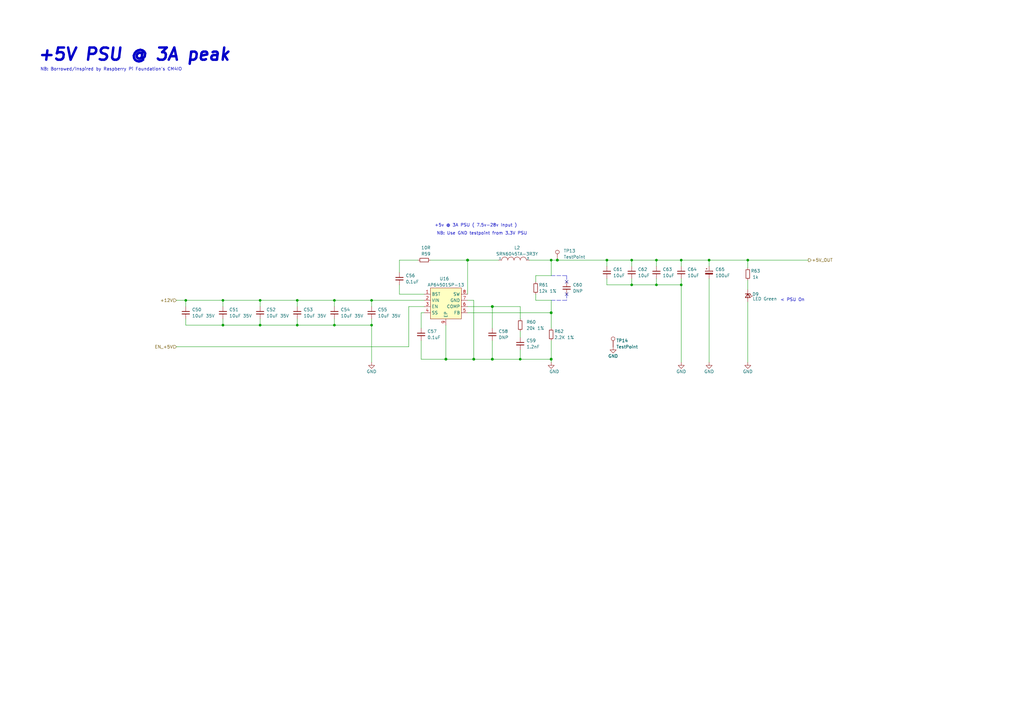
<source format=kicad_sch>
(kicad_sch (version 20211123) (generator eeschema)
  (paper "A3")
  (title_block (title "+5V PSU") (date "2022-01-12") (rev "4") (company "Copyright © 2022 Christian Kuhtz") (comment 2 "CERN-OHL-W v2 or later"))
  (lib_symbols
    (symbol "Capacitor_Tantalum_SMD_MyOwn:CP_EIA-7343-31_Kemet-D" (pin_numbers hide) (pin_names (offset 0.254) hide)
      (property "Reference" "C" (at 0.254 1.778 0))
      (property "Value" "CP_EIA-7343-31_Kemet-D" (at 0.254 -2.032 0))
      (symbol "CP_EIA-7343-31_Kemet-D_0_1"
        (rectangle (start -1.524 -0.3048) (end 1.524 -0.6858) (fill (type outline)))
        (rectangle (start -1.524 0.6858) (end 1.524 0.3048))
        (polyline (pts (xy -1.27 1.524) (xy -0.762 1.524)))
        (polyline (pts (xy -1.016 1.27) (xy -1.016 1.778)))
      )
      (symbol "CP_EIA-7343-31_Kemet-D_1_1"
        (pin passive line (at 0 2.54 270) (length 1.8542) (name "~") (number "1"))
        (pin passive line (at 0 -2.54 90) (length 1.8542) (name "~") (number "2"))
      )
    )
    (symbol "Connector:TestPoint" (pin_numbers hide) (pin_names (offset 0.762) hide)
      (property "Reference" "TP" (at 0 6.858 0))
      (property "Value" "TestPoint" (at 0 5.08 0))
      (symbol "TestPoint_0_1"
        (circle (center 0 3.302) (radius 0.762))
      )
      (symbol "TestPoint_1_1"
        (pin passive line (at 0 0 90) (length 2.54) (name "1") (number "1"))
      )
    )
    (symbol "Device:C_Small" (pin_numbers hide) (pin_names (offset 0.254) hide)
      (property "Reference" "C" (at 0.254 1.778 0))
      (property "Value" "C_Small" (at 0.254 -2.032 0))
      (symbol "C_Small_0_1"
        (polyline (pts (xy -1.524 -0.508) (xy 1.524 -0.508)) (stroke (width 0.3302)))
        (polyline (pts (xy -1.524 0.508) (xy 1.524 0.508)) (stroke (width 0.3048)))
      )
      (symbol "C_Small_1_1"
        (pin passive line (at 0 2.54 270) (length 2.032) (name "~") (number "1"))
        (pin passive line (at 0 -2.54 90) (length 2.032) (name "~") (number "2"))
      )
    )
    (symbol "Device:R_Small" (pin_numbers hide) (pin_names (offset 0.254) hide)
      (property "Reference" "R" (at 0.762 0.508 0))
      (property "Value" "R_Small" (at 0.762 -1.016 0))
      (symbol "R_Small_0_1"
        (rectangle (start -0.762 1.778) (end 0.762 -1.778) (stroke (width 0.2032)))
      )
      (symbol "R_Small_1_1"
        (pin passive line (at 0 2.54 270) (length 0.762) (name "~") (number "1"))
        (pin passive line (at 0 -2.54 90) (length 0.762) (name "~") (number "2"))
      )
    )
    (symbol "LED_SMD_LiteOn:LED Green" (pin_numbers hide) (pin_names (offset 0.254) hide)
      (property "Reference" "D" (at 0 5.08 0))
      (property "Value" "LED Green" (at -5.08 2.54 0))
      (symbol "LED Green_0_1"
        (polyline (pts (xy -0.762 -1.016) (xy -0.762 1.016)) (stroke (width 0.254)))
        (polyline (pts (xy 1.016 0) (xy -0.762 0)))
        (polyline (pts (xy 0.762 -1.016) (xy -0.762 0) (xy 0.762 1.016) (xy 0.762 -1.016)) (stroke (width 0.254)))
        (polyline (pts (xy 0 0.762) (xy -0.508 1.27) (xy -0.254 1.27) (xy -0.508 1.27) (xy -0.508 1.016)))
        (polyline (pts (xy 0.508 1.27) (xy 0 1.778) (xy 0.254 1.778) (xy 0 1.778) (xy 0 1.524)))
      )
      (symbol "LED Green_1_1"
        (pin passive line (at -2.54 0 0) (length 1.778) (name "K") (number "1"))
        (pin passive line (at 2.54 0 180) (length 1.778) (name "A") (number "2"))
      )
    )
    (symbol "Regulator_Switching_Diodes:AP64501SP-13"
      (property "Reference" "U" (at -0.635 10.16 0))
      (property "Value" "AP64501SP-13" (at 0 7.62 0))
      (symbol "AP64501SP-13_0_1"
        (rectangle (start -6.35 6.35) (end 6.35 -6.35) (fill (type background)))
      )
      (symbol "AP64501SP-13_1_1"
        (pin passive line (at -8.89 3.81 0) (length 2.54) (name "BST") (number "1"))
        (pin power_in line (at -8.89 1.27 0) (length 2.54) (name "VIN") (number "2"))
        (pin input line (at -8.89 -1.27 0) (length 2.54) (name "EN") (number "3"))
        (pin input line (at -8.89 -3.81 0) (length 2.54) (name "SS") (number "4"))
        (pin input line (at 8.89 -3.81 180) (length 2.54) (name "FB") (number "5"))
        (pin input line (at 8.89 -1.27 180) (length 2.54) (name "COMP") (number "6"))
        (pin power_in line (at 8.89 1.27 180) (length 2.54) (name "GND") (number "7"))
        (pin output line (at 8.89 3.81 180) (length 2.54) (name "SW") (number "8"))
        (pin power_in line (at 0 -8.89 90) (length 2.54) (name "EP") (number "9"))
      )
    )
    (symbol "power:GND" (power) (pin_names (offset 0))
      (property "Value" "GND" (at 0 -3.81 0))
      (symbol "GND_0_1"
        (polyline (pts (xy 0 0) (xy 0 -1.27) (xy 1.27 -1.27) (xy 0 -2.54) (xy -1.27 -1.27) (xy 0 -1.27)))
      )
      (symbol "GND_1_1"
        (pin power_in line (at 0 0 270) (length 0) hide (name "GND") (number "1"))
      )
    )
    (symbol "pspice:INDUCTOR" (pin_numbers hide) (pin_names (offset 0))
      (property "Reference" "L" (at 0 2.54 0))
      (property "Value" "INDUCTOR" (at 0 -1.27 0))
      (symbol "INDUCTOR_0_1"
        (arc (start -2.54 0) (mid -3.81 1.27) (end -5.08 0))
        (arc (start 0 0) (mid -1.27 1.27) (end -2.54 0))
        (arc (start 2.54 0) (mid 1.27 1.27) (end 0 0))
        (arc (start 5.08 0) (mid 3.81 1.27) (end 2.54 0))
      )
      (symbol "INDUCTOR_1_1"
        (pin input line (at -6.35 0 0) (length 1.27) (name "1") (number "1"))
        (pin input line (at 6.35 0 180) (length 1.27) (name "2") (number "2"))
      )
    )
  )
  (junction (at 91.44 133.35) (diameter 0.9144))
  (junction (at 194.31 147.32) (diameter 1.016))
  (junction (at 306.705 106.68))
  (junction (at 106.68 133.35) (diameter 0.9144))
  (junction (at 226.06 128.27) (diameter 1.016))
  (junction (at 269.24 116.84) (diameter 0.9144))
  (junction (at 228.6 106.68) (diameter 1.016))
  (junction (at 201.93 125.73) (diameter 1.016))
  (junction (at 226.06 106.68) (diameter 0.9144))
  (junction (at 279.4 116.84) (diameter 0.9144))
  (junction (at 226.06 147.32) (diameter 1.016))
  (junction (at 248.92 106.68) (diameter 0.9144))
  (junction (at 137.16 133.35) (diameter 0.9144))
  (junction (at 106.68 123.19) (diameter 0.9144))
  (junction (at 259.08 116.84) (diameter 0.9144))
  (junction (at 269.24 106.68) (diameter 0.9144))
  (junction (at 191.77 106.68) (diameter 1.016))
  (junction (at 201.93 147.32) (diameter 1.016))
  (junction (at 121.92 123.19) (diameter 0.9144))
  (junction (at 279.4 106.68) (diameter 0.9144))
  (junction (at 290.83 106.68) (diameter 0.9144))
  (junction (at 259.08 106.68) (diameter 0.9144))
  (junction (at 182.88 147.32) (diameter 1.016))
  (junction (at 152.4 133.35) (diameter 0.9144))
  (junction (at 91.44 123.19) (diameter 0.9144))
  (junction (at 76.2 123.19) (diameter 0.9144))
  (junction (at 137.16 123.19) (diameter 0.9144))
  (junction (at 121.92 133.35) (diameter 0.9144))
  (junction (at 213.36 147.32) (diameter 0.9144))
  (junction (at 152.4 123.19) (diameter 0.9144))
  (no_connect (at 232.41 120.65))
  (no_connect (at 232.41 115.57))
  (wire (pts (xy 226.06 123.19) (xy 226.06 128.27)))
  (wire (pts (xy 219.71 120.65) (xy 219.71 123.19)))
  (wire (pts (xy 248.92 116.84) (xy 259.08 116.84)))
  (wire (pts (xy 269.24 116.84) (xy 279.4 116.84)))
  (wire (pts (xy 259.08 116.84) (xy 269.24 116.84)))
  (wire (pts (xy 152.4 123.19) (xy 152.4 125.73)))
  (wire (pts (xy 163.83 106.68) (xy 171.45 106.68)))
  (wire (pts (xy 182.88 133.35) (xy 182.88 147.32)))
  (wire (pts (xy 290.83 114.3) (xy 290.83 148.59)))
  (wire (pts (xy 226.06 106.68) (xy 226.06 113.03)))
  (wire (pts (xy 279.4 114.3) (xy 279.4 116.84)))
  (wire (pts (xy 163.83 116.84) (xy 163.83 120.65)))
  (wire (pts (xy 121.92 130.81) (xy 121.92 133.35)))
  (wire (pts (xy 226.06 128.27) (xy 226.06 134.62)))
  (wire (pts (xy 290.83 109.22) (xy 290.83 106.68)))
  (wire (pts (xy 201.93 125.73) (xy 201.93 134.62)))
  (polyline (pts (xy 226.06 113.03) (xy 232.41 113.03)))
  (polyline (pts (xy 232.41 113.03) (xy 232.41 115.57)))
  (wire (pts (xy 248.92 106.68) (xy 248.92 109.22)))
  (polyline (pts (xy 232.41 120.65) (xy 232.41 123.19)))
  (polyline (pts (xy 226.06 123.19) (xy 232.41 123.19)))
  (wire (pts (xy 306.705 123.825) (xy 306.705 148.59)))
  (wire (pts (xy 106.68 123.19) (xy 106.68 125.73)))
  (wire (pts (xy 167.64 125.73) (xy 167.64 142.24)))
  (wire (pts (xy 72.39 142.24) (xy 167.64 142.24)))
  (wire (pts (xy 152.4 123.19) (xy 173.99 123.19)))
  (wire (pts (xy 163.83 106.68) (xy 163.83 111.76)))
  (wire (pts (xy 201.93 125.73) (xy 213.36 125.73)))
  (wire (pts (xy 137.16 130.81) (xy 137.16 133.35)))
  (wire (pts (xy 137.16 123.19) (xy 137.16 125.73)))
  (wire (pts (xy 306.705 106.68) (xy 306.705 109.855)))
  (wire (pts (xy 269.24 106.68) (xy 269.24 109.22)))
  (wire (pts (xy 194.31 147.32) (xy 201.93 147.32)))
  (wire (pts (xy 121.92 123.19) (xy 121.92 125.73)))
  (wire (pts (xy 76.2 123.19) (xy 76.2 125.73)))
  (wire (pts (xy 259.08 106.68) (xy 259.08 109.22)))
  (wire (pts (xy 219.71 113.03) (xy 219.71 115.57)))
  (wire (pts (xy 217.17 106.68) (xy 226.06 106.68)))
  (wire (pts (xy 306.705 114.935) (xy 306.705 118.745)))
  (wire (pts (xy 172.72 147.32) (xy 182.88 147.32)))
  (wire (pts (xy 191.77 125.73) (xy 201.93 125.73)))
  (wire (pts (xy 191.77 106.68) (xy 191.77 120.65)))
  (wire (pts (xy 269.24 114.3) (xy 269.24 116.84)))
  (wire (pts (xy 290.83 106.68) (xy 306.705 106.68)))
  (wire (pts (xy 306.705 106.68) (xy 331.47 106.68)))
  (wire (pts (xy 173.99 128.27) (xy 172.72 128.27)))
  (wire (pts (xy 106.68 130.81) (xy 106.68 133.35)))
  (wire (pts (xy 226.06 148.59) (xy 226.06 147.32)))
  (wire (pts (xy 76.2 130.81) (xy 76.2 133.35)))
  (wire (pts (xy 194.31 123.19) (xy 194.31 147.32)))
  (wire (pts (xy 152.4 133.35) (xy 152.4 148.59)))
  (wire (pts (xy 191.77 128.27) (xy 226.06 128.27)))
  (wire (pts (xy 213.36 135.89) (xy 213.36 138.43)))
  (wire (pts (xy 172.72 139.7) (xy 172.72 147.32)))
  (wire (pts (xy 182.88 147.32) (xy 194.31 147.32)))
  (wire (pts (xy 163.83 120.65) (xy 173.99 120.65)))
  (wire (pts (xy 279.4 116.84) (xy 279.4 148.59)))
  (wire (pts (xy 167.64 125.73) (xy 173.99 125.73)))
  (wire (pts (xy 226.06 139.7) (xy 226.06 147.32)))
  (wire (pts (xy 91.44 130.81) (xy 91.44 133.35)))
  (wire (pts (xy 176.53 106.68) (xy 191.77 106.68)))
  (wire (pts (xy 213.36 125.73) (xy 213.36 130.81)))
  (wire (pts (xy 201.93 147.32) (xy 213.36 147.32)))
  (wire (pts (xy 213.36 147.32) (xy 226.06 147.32)))
  (wire (pts (xy 152.4 130.81) (xy 152.4 133.35)))
  (wire (pts (xy 106.68 133.35) (xy 121.92 133.35)))
  (wire (pts (xy 121.92 133.35) (xy 137.16 133.35)))
  (wire (pts (xy 137.16 133.35) (xy 152.4 133.35)))
  (wire (pts (xy 76.2 133.35) (xy 91.44 133.35)))
  (wire (pts (xy 91.44 133.35) (xy 106.68 133.35)))
  (wire (pts (xy 191.77 106.68) (xy 204.47 106.68)))
  (wire (pts (xy 72.39 123.19) (xy 76.2 123.19)))
  (wire (pts (xy 121.92 123.19) (xy 137.16 123.19)))
  (wire (pts (xy 137.16 123.19) (xy 152.4 123.19)))
  (wire (pts (xy 91.44 123.19) (xy 106.68 123.19)))
  (wire (pts (xy 106.68 123.19) (xy 121.92 123.19)))
  (wire (pts (xy 76.2 123.19) (xy 91.44 123.19)))
  (wire (pts (xy 279.4 106.68) (xy 279.4 109.22)))
  (wire (pts (xy 219.71 123.19) (xy 226.06 123.19)))
  (wire (pts (xy 226.06 106.68) (xy 228.6 106.68)))
  (wire (pts (xy 201.93 139.7) (xy 201.93 147.32)))
  (wire (pts (xy 248.92 114.3) (xy 248.92 116.84)))
  (wire (pts (xy 219.71 113.03) (xy 226.06 113.03)))
  (wire (pts (xy 172.72 128.27) (xy 172.72 134.62)))
  (wire (pts (xy 191.77 123.19) (xy 194.31 123.19)))
  (wire (pts (xy 259.08 114.3) (xy 259.08 116.84)))
  (wire (pts (xy 91.44 123.19) (xy 91.44 125.73)))
  (wire (pts (xy 228.6 106.68) (xy 248.92 106.68)))
  (wire (pts (xy 248.92 106.68) (xy 259.08 106.68)))
  (wire (pts (xy 259.08 106.68) (xy 269.24 106.68)))
  (wire (pts (xy 269.24 106.68) (xy 279.4 106.68)))
  (wire (pts (xy 279.4 106.68) (xy 290.83 106.68)))
  (wire (pts (xy 213.36 143.51) (xy 213.36 147.32)))
  (text "+5V PSU @ 3A peak" (at 15.24 25.4 0) (effects (font (size 5 5) (thickness 1) bold italic) (justify left bottom)))
  (text "+5v @ 3A PSU ( 7.5v-28v Input )" (at 212.09 93.218 180) (effects (font (size 1.27 1.27)) (justify right bottom)))
  (text "< PSU On" (at 320.04 123.825 0) (effects (font (size 1.27 1.27)) (justify left bottom)))
  (text "NB: Borrowed/Inspired by Raspberry Pi Foundation's CM4IO" (at 16.51 29.21 0) (effects (font (size 1.27 1.27)) (justify left bottom)))
  (text "NB: Use GND testpoint from 3.3V PSU" (at 179.07 96.52 0) (effects (font (size 1.27 1.27)) (justify left bottom)))
  (hierarchical_label "+12V" (shape input) (at 72.39 123.19 180))
  (hierarchical_label "EN_+5V" (shape input) (at 72.39 142.24 180))
  (hierarchical_label "+5V_OUT" (shape output) (at 331.47 106.68 0))
  (symbol (lib_id "power:GND") (at 152.4 148.59 0) (unit 1)
    (property "Reference" "#PWR049" (effects hide))
    (property "Value" "GND" (at 152.4 152.4 0))
  )
  (symbol (lib_id "Device:C_Small") (at 259.08 111.76 0) (unit 1)
    (property "Reference" "C62" (at 261.62 110.49 0) (effects (justify left)))
    (property "Value" "10uF" (at 261.62 113.03 0) (effects (justify left)))
    (property "Footprint" "Capacitor_SMD:C_0805_2012Metric" (effects hide))
    (property "Manufacturer" "Taiyo Yuden" (effects hide))
    (property "MPN" "LMK212B7106KG-TD" (effects hide))
    (property "Part Description" "10uF 10% 10V Ceramic Capacitor X7R 0805 (2012 Metric)" (effects hide))
  )
  (symbol (lib_id "Device:R_Small") (at 226.06 137.16 0) (unit 1)
    (property "Reference" "R62" (at 227.33 135.89 0) (effects (justify left)))
    (property "Value" "2.2K 1%" (at 227.33 138.43 0) (effects (justify left)))
    (property "Footprint" "Resistor_SMD:R_0402_1005Metric" (effects hide))
    (property "Manufacturer" "Yageo" (effects hide))
    (property "MPN" "AC0402FR-072K2L" (effects hide))
    (property "Part Description" "Resistor 2.2K M1005 1% 63mW" (effects hide))
  )
  (symbol (lib_id "Device:R_Small") (at 219.71 118.11 0) (unit 1)
    (property "Reference" "R61" (at 220.98 116.84 0) (effects (justify left)))
    (property "Value" "12k 1%" (at 220.98 119.38 0) (effects (justify left)))
    (property "Footprint" "Resistor_SMD:R_0402_1005Metric" (effects hide))
    (property "Manufacturer" "Yageo" (effects hide))
    (property "MPN" "AC0402FR-0712KL" (effects hide))
    (property "Part Description" "Resistor 12K M1005 1% 63mW" (effects hide))
  )
  (symbol (lib_id "Device:C_Small") (at 232.41 118.11 0) (unit 1) (in_bom no) (on_board no)
    (property "Reference" "C60" (at 234.95 116.84 0) (effects (justify left)))
    (property "Value" "DNP" (at 234.95 119.38 0) (effects (justify left)))
    (property "Footprint" "Capacitor_SMD:C_0402_1005Metric" (effects hide))
    (property "Datasheet" "http://www.farnell.com/datasheets/2048267.pdf?_ga=2.222777691.1738794919.1588350964-1787849031.1568210898&_gac=1.250356018.1588350964.EAIaIQobChMIgrHHs4yT6QIVxevtCh39TA_nEAAYASAAEgK8PfD_BwE" (effects hide))
    (property "Field4" "Farnell" (effects hide))
    (property "Field5" "2666374" (effects hide))
    (property "Field6" "GRM1555C1H221JA01D" (effects hide))
    (property "Field7" "Murata" (effects hide))
    (property "Part Description" "220 pF, 50 V, 0402 [1005 Metric], ± 5%, C0G / NP0/CH, GCM Series" (effects hide))
  )
  (symbol (lib_id "Device:C_Small") (at 213.36 140.97 0) (unit 1)
    (property "Reference" "C59" (at 215.9 139.7 0) (effects (justify left)))
    (property "Value" "1.2nF" (at 215.9 142.24 0) (effects (justify left)))
    (property "Footprint" "Capacitor_SMD:C_0402_1005Metric" (effects hide))
    (property "Datasheet" "http://www.farnell.com/datasheets/2734135.pdf?_ga=2.259347658.1738794919.1588350964-1787849031.1568210898&_gac=1.15394434.1588350964.EAIaIQobChMIgrHHs4yT6QIVxevtCh39TA_nEAAYASAAEgK8PfD_BwE" (effects hide))
    (property "Field4" "Digikey" (effects hide))
    (property "Field5" "490-16429-1-ND" (effects hide))
    (property "Field6" "GCM155R71H122KA37D" (effects hide))
    (property "Field7" "Murata" (effects hide))
    (property "Part Description" "1200pF 10% 10V Ceramic Capacitor X5R 0402 (1005 Metric)" (effects hide))
  )
  (symbol (lib_id "Connector:TestPoint") (at 251.46 142.24 0) (unit 1)
    (property "Reference" "TP14" (at 252.73 139.7 0) (effects (justify left)))
    (property "Value" "TestPoint" (at 252.73 142.24 0) (effects (justify left)))
    (property "Footprint" "TestPoint:TestPoint_Pad_D1.0mm" (effects hide))
    (property "Field4" "nf" (effects hide))
    (property "Field5" "nf" (effects hide))
    (property "Field6" "nf" (effects hide))
    (property "Field7" "nf" (effects hide))
  )
  (symbol (lib_id "Device:R_Small") (at 306.705 112.395 0) (unit 1)
    (property "Reference" "R63" (at 309.88 111.125 0))
    (property "Value" "1k" (at 309.88 113.665 0))
    (property "Footprint" "Resistor_SMD:R_0402_1005Metric" (effects hide))
  )
  (symbol (lib_id "power:GND") (at 290.83 148.59 0) (unit 1)
    (property "Reference" "#PWR053" (effects hide))
    (property "Value" "GND" (at 290.83 152.4 0))
  )
  (symbol (lib_id "Regulator_Switching_Diodes:AP64501SP-13") (at 182.88 124.46 0) (unit 1)
    (property "Reference" "U16" (at 182.245 114.3 0))
    (property "Value" "AP64501SP-13" (at 182.88 116.84 0))
    (property "Footprint" "Regulator_Switching_Diodes:SOIC-8-1EP_3.9x4.9mm_P1.27mm_EP2.95x4.9mm_Mask2.71x3.4mm_ThermalVias" (effects hide))
    (property "Manufacturer" "Diodes" (effects hide))
    (property "MPN" "AP64501SP-13" (effects hide))
  )
  (symbol (lib_id "Device:C_Small") (at 248.92 111.76 0) (unit 1)
    (property "Reference" "C61" (at 251.46 110.49 0) (effects (justify left)))
    (property "Value" "10uF" (at 251.46 113.03 0) (effects (justify left)))
    (property "Footprint" "Capacitor_SMD:C_0805_2012Metric" (effects hide))
    (property "Manufacturer" "Taiyo Yuden" (effects hide))
    (property "MPN" "LMK212B7106KG-TD" (effects hide))
    (property "Part Description" "10uF 10% 10V Ceramic Capacitor X7R 0805 (2012 Metric)" (effects hide))
  )
  (symbol (lib_id "power:GND") (at 279.4 148.59 0) (unit 1)
    (property "Reference" "#PWR052" (effects hide))
    (property "Value" "GND" (at 279.4 152.4 0))
  )
  (symbol (lib_id "Device:C_Small") (at 163.83 114.3 0) (unit 1)
    (property "Reference" "C56" (at 166.37 113.03 0) (effects (justify left)))
    (property "Value" "0.1uF" (at 166.37 115.57 0) (effects (justify left)))
    (property "Footprint" "Capacitor_SMD:C_0402_1005Metric" (effects hide))
    (property "Manufacturer" "TDK" (effects hide))
    (property "MPN" "CGA2B1X7R1C104K050BC" (effects hide))
    (property "Part Description" "0.1uF 10% 16V Ceramic Capacitor X7R 0402 (1005 Metric)" (effects hide))
  )
  (symbol (lib_id "Device:R_Small") (at 173.99 106.68 270) (unit 1)
    (property "Reference" "R59" (at 172.72 104.14 90) (effects (justify left)))
    (property "Value" "10R" (at 172.72 101.6 90) (effects (justify left)))
    (property "Footprint" "Resistor_SMD:R_0402_1005Metric" (effects hide))
    (property "Field4" "Yageo" (effects hide))
    (property "Field5" "AC0402FR-0710RL" (effects hide))
    (property "Part Description" "Resistor 10R M1005 1% 63mW" (effects hide))
  )
  (symbol (lib_id "Device:R_Small") (at 213.36 133.35 0) (unit 1)
    (property "Reference" "R60" (at 215.9 132.08 0) (effects (justify left)))
    (property "Value" "20k 1%" (at 215.9 134.62 0) (effects (justify left)))
    (property "Footprint" "Resistor_SMD:R_0402_1005Metric" (effects hide))
    (property "Manufacturer" "Yageo" (effects hide))
    (property "MPN" "AC0402FR-0720KL" (effects hide))
    (property "Part Description" "Resistor 20K M1005 1% 63mW" (effects hide))
  )
  (symbol (lib_id "Connector:TestPoint") (at 228.6 106.68 0) (unit 1)
    (property "Reference" "TP13" (at 231.14 102.87 0) (effects (justify left)))
    (property "Value" "TestPoint" (at 231.14 105.41 0) (effects (justify left)))
    (property "Footprint" "TestPoint:TestPoint_Pad_D1.0mm" (effects hide))
    (property "Field4" "nf" (effects hide))
    (property "Field5" "nf" (effects hide))
    (property "Field6" "nf" (effects hide))
    (property "Field7" "nf" (effects hide))
  )
  (symbol (lib_id "Device:C_Small") (at 279.4 111.76 0) (unit 1)
    (property "Reference" "C64" (at 281.94 110.49 0) (effects (justify left)))
    (property "Value" "10uF" (at 281.94 113.03 0) (effects (justify left)))
    (property "Footprint" "Capacitor_SMD:C_0805_2012Metric" (effects hide))
    (property "Manufacturer" "Taiyo Yuden" (effects hide))
    (property "MPN" "LMK212B7106KG-TD" (effects hide))
    (property "Part Description" "10uF 10% 10V Ceramic Capacitor X7R 0805 (2012 Metric)" (effects hide))
  )
  (symbol (lib_id "Device:C_Small") (at 172.72 137.16 0) (unit 1)
    (property "Reference" "C57" (at 175.26 135.89 0) (effects (justify left)))
    (property "Value" "0.1uF" (at 175.26 138.43 0) (effects (justify left)))
    (property "Footprint" "Capacitor_SMD:C_0402_1005Metric" (effects hide))
    (property "Manufacturer" "TDK" (effects hide))
    (property "MPN" "CGA2B1X7R1C104K050BC" (effects hide))
    (property "Part Description" "0.1uF 10% 16V Ceramic Capacitor X7R 0402 (1005 Metric)" (effects hide))
  )
  (symbol (lib_id "power:GND") (at 226.06 148.59 0) (unit 1)
    (property "Reference" "#PWR050" (effects hide))
    (property "Value" "GND" (at 227.33 152.4 0))
  )
  (symbol (lib_id "Device:C_Small") (at 152.4 128.27 0) (unit 1)
    (property "Reference" "C55" (at 154.94 127 0) (effects (justify left)))
    (property "Value" "10uF 35V" (at 154.94 129.54 0) (effects (justify left)))
    (property "Footprint" "Capacitor_SMD:C_1206_3216Metric" (effects hide))
    (property "Datasheet" "https://www.murata.com/en-global/products/productdetail.aspx?partno=GRM21BC8YA106ME11%23" (effects hide))
    (property "Manufacturer" "Murata" (effects hide))
    (property "MPN" "GRT31CC8YA106KE01L" (effects hide))
    (property "Field7" "Murata" (effects hide))
    (property "Part Description" "10uF 10% or 20% 35V Ceramic Capacitor X6S 1206 (3216 Metric)" (effects hide))
  )
  (symbol (lib_id "Device:C_Small") (at 91.44 128.27 0) (unit 1)
    (property "Reference" "C51" (at 93.98 127 0) (effects (justify left)))
    (property "Value" "10uF 35V" (at 93.98 129.54 0) (effects (justify left)))
    (property "Footprint" "Capacitor_SMD:C_1206_3216Metric" (effects hide))
    (property "Datasheet" "https://www.murata.com/en-global/products/productdetail.aspx?partno=GRM21BC8YA106ME11%23" (effects hide))
    (property "Manufacturer" "Murata" (effects hide))
    (property "MPN" "GRT31CC8YA106KE01L" (effects hide))
    (property "Field7" "Murata" (effects hide))
    (property "Part Description" "10uF 10% or 20% 35V Ceramic Capacitor X6S 1206 (3216 Metric)" (effects hide))
  )
  (symbol (lib_id "Device:C_Small") (at 269.24 111.76 0) (unit 1)
    (property "Reference" "C63" (at 271.78 110.49 0) (effects (justify left)))
    (property "Value" "10uF" (at 271.78 113.03 0) (effects (justify left)))
    (property "Footprint" "Capacitor_SMD:C_0805_2012Metric" (effects hide))
    (property "Manufacturer" "Taiyo Yuden" (effects hide))
    (property "MPN" "LMK212B7106KG-TD" (effects hide))
    (property "Part Description" "10uF 10% 10V Ceramic Capacitor X7R 0805 (2012 Metric)" (effects hide))
  )
  (symbol (lib_id "power:GND") (at 306.705 148.59 0) (unit 1)
    (property "Reference" "#PWR054" (effects hide))
    (property "Value" "GND" (at 306.705 152.4 0))
  )
  (symbol (lib_id "Device:C_Small") (at 76.2 128.27 0) (unit 1)
    (property "Reference" "C50" (at 78.74 127 0) (effects (justify left)))
    (property "Value" "10uF 35V" (at 78.74 129.54 0) (effects (justify left)))
    (property "Footprint" "Capacitor_SMD:C_1206_3216Metric" (effects hide))
    (property "Datasheet" "https://www.murata.com/en-global/products/productdetail.aspx?partno=GRM21BC8YA106ME11%23" (effects hide))
    (property "Manufacturer" "Murata" (effects hide))
    (property "MPN" "GRT31CC8YA106KE01L" (effects hide))
    (property "Field7" "Murata" (effects hide))
    (property "Part Description" "10uF 10% or 20% 35V Ceramic Capacitor X6S 1206 (3216 Metric)" (effects hide))
  )
  (symbol (lib_id "power:GND") (at 251.46 142.24 0) (unit 1)
    (property "Reference" "#PWR051" (effects hide))
    (property "Value" "GND" (at 251.46 146.05 0))
  )
  (symbol (lib_id "Capacitor_Tantalum_SMD_MyOwn:CP_EIA-7343-31_Kemet-D") (at 290.83 111.76 0) (unit 1)
    (property "Reference" "C65" (at 293.37 110.49 0) (effects (justify left)))
    (property "Value" "100uF" (at 293.37 113.03 0) (effects (justify left)))
    (property "Footprint" "Capacitor_Tantalum_SMD_MyOwn:CP_EIA-7343-31_Kemet-D" (effects hide))
    (property "Manufacturer" "KEMET" (effects hide))
    (property "MPN" "T495D107K006ATE130" (effects hide))
    (property "Part Description" "Capacitor, SP-Cap, 100u, 6.3V,  (15mR ESR -- not available)" (effects hide))
  )
  (symbol (lib_id "Device:C_Small") (at 121.92 128.27 0) (unit 1)
    (property "Reference" "C53" (at 124.46 127 0) (effects (justify left)))
    (property "Value" "10uF 35V" (at 124.46 129.54 0) (effects (justify left)))
    (property "Footprint" "Capacitor_SMD:C_1206_3216Metric" (effects hide))
    (property "Datasheet" "https://www.murata.com/en-global/products/productdetail.aspx?partno=GRM21BC8YA106ME11%23" (effects hide))
    (property "Manufacturer" "Murata" (effects hide))
    (property "MPN" "GRT31CC8YA106KE01L" (effects hide))
    (property "Field7" "Murata" (effects hide))
    (property "Part Description" "10uF 10% or 20% 35V Ceramic Capacitor X6S 1206 (3216 Metric)" (effects hide))
  )
  (symbol (lib_id "pspice:INDUCTOR") (at 210.82 106.68 0) (unit 1)
    (property "Reference" "L2" (at 212.09 101.6 0))
    (property "Value" "SRN6045TA-3R3Y" (at 212.09 104.14 0))
    (property "Footprint" "Inductor_SMD:L_Bourns_SRN6045TA" (effects hide))
    (property "Datasheet" "https://www.bourns.com/docs/Product-Datasheets/SRN6045TA.pdf" (effects hide))
    (property "Field4" "Farnell" (effects hide))
    (property "Field5" "2616889" (effects hide))
    (property "Field6" "SRN6045TA-3R3Y" (effects hide))
    (property "Field7" "Bourns" (effects hide))
    (property "Part Description" "3.3µH Semi-Shielded Wirewound Inductor 7.8A 21mOhm Nonstandard" (effects hide))
  )
  (symbol (lib_id "Device:C_Small") (at 106.68 128.27 0) (unit 1)
    (property "Reference" "C52" (at 109.22 127 0) (effects (justify left)))
    (property "Value" "10uF 35V" (at 109.22 129.54 0) (effects (justify left)))
    (property "Footprint" "Capacitor_SMD:C_1206_3216Metric" (effects hide))
    (property "Datasheet" "https://www.murata.com/en-global/products/productdetail.aspx?partno=GRM21BC8YA106ME11%23" (effects hide))
    (property "Manufacturer" "Murata" (effects hide))
    (property "MPN" "GRT31CC8YA106KE01L" (effects hide))
    (property "Field7" "Murata" (effects hide))
    (property "Part Description" "10uF 10% or 20% 35V Ceramic Capacitor X6S 1206 (3216 Metric)" (effects hide))
  )
  (symbol (lib_id "Device:C_Small") (at 137.16 128.27 0) (unit 1)
    (property "Reference" "C54" (at 139.7 127 0) (effects (justify left)))
    (property "Value" "10uF 35V" (at 139.7 129.54 0) (effects (justify left)))
    (property "Footprint" "Capacitor_SMD:C_1206_3216Metric" (effects hide))
    (property "Datasheet" "https://www.murata.com/en-global/products/productdetail.aspx?partno=GRM21BC8YA106ME11%23" (effects hide))
    (property "Manufacturer" "Murata" (effects hide))
    (property "MPN" "GRT31CC8YA106KE01L" (effects hide))
    (property "Field7" "Murata" (effects hide))
    (property "Part Description" "10uF 10% or 20% 35V Ceramic Capacitor X6S 1206 (3216 Metric)" (effects hide))
  )
  (symbol (lib_id "Device:C_Small") (at 201.93 137.16 0) (unit 1)
    (property "Reference" "C58" (at 204.47 135.89 0) (effects (justify left)))
    (property "Value" "DNP" (at 204.47 138.43 0) (effects (justify left)))
    (property "Footprint" "Capacitor_SMD:C_0402_1005Metric" (effects hide))
  )
  (symbol (lib_id "LED_SMD_LiteOn:LED Green") (at 306.705 121.285 270) (unit 1)
    (property "Reference" "D9" (at 309.88 120.65 90))
    (property "Value" "LED Green" (at 313.69 122.555 90))
    (property "Footprint" "LED_SMD_LiteOn:LED_0603_1608Metric_green" (effects hide))
    (property "Manufacturer" "Lite-On" (effects hide))
    (property "MPN" "LTST-C193KGKT-5A" (effects hide))
  )
)
</source>
